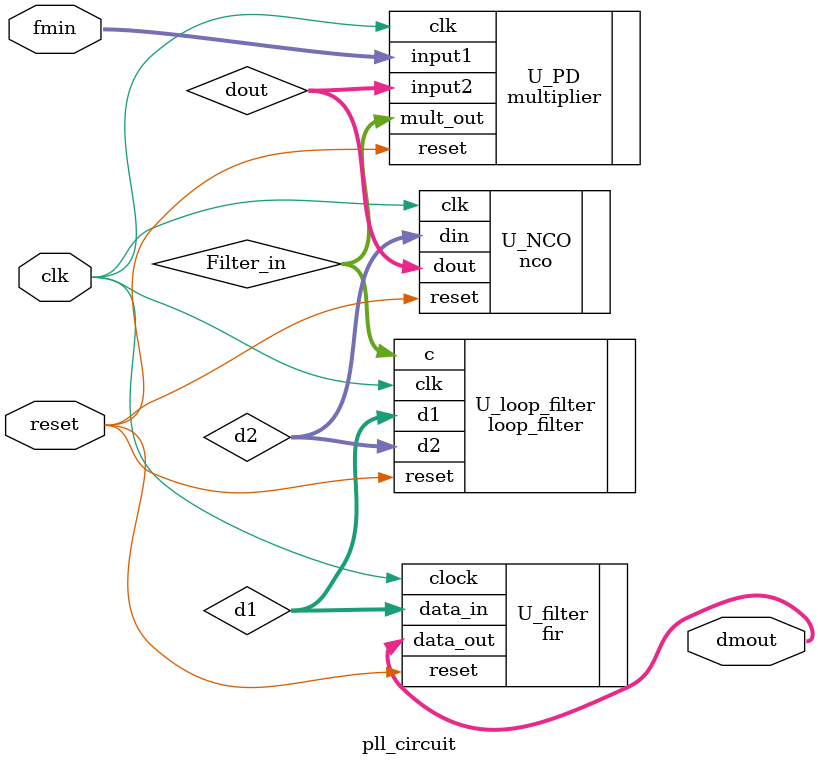
<source format=v>
module pll_circuit(
   input         clk,
   input         reset,
   input [7:0]   fmin,
   output [11:0] dmout);
   
   wire [11:0]   d1;
   wire [11:0]   d2;
   wire [7:0]    dout;
   wire [7:0]    Filter_in;
   
   fir U_filter(.clock(clk), .reset(reset), .data_in(d1), .data_out(dmout));

   nco U_NCO(.clk(clk), .reset(reset), .din(d2), .dout(dout));

   multiplier U_PD(.clk(clk), .reset(reset), .input1(fmin), .input2(dout), .mult_out(Filter_in));
   
   loop_filter U_loop_filter(.clk(clk), .reset(reset), .c(Filter_in), .d1(d1), .d2(d2));
endmodule

</source>
